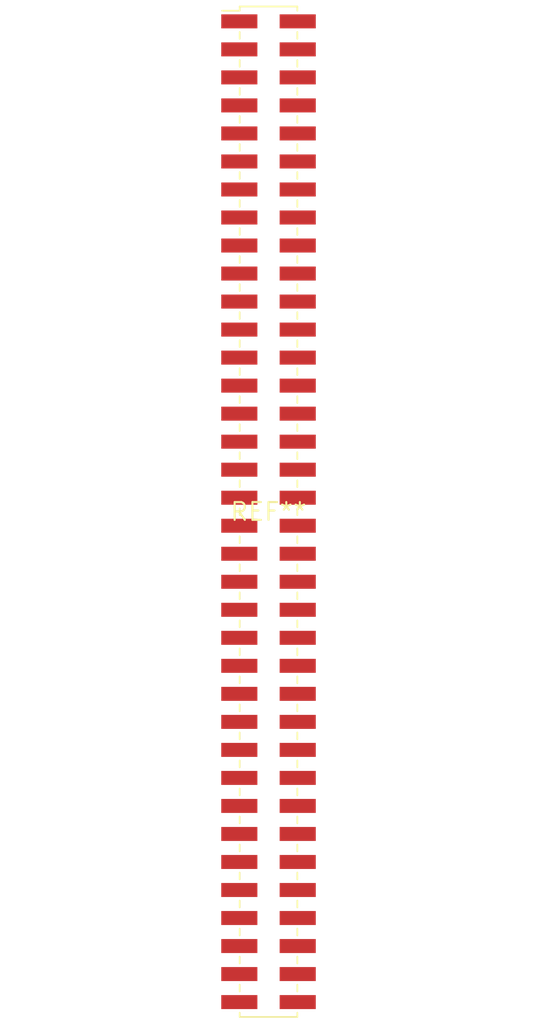
<source format=kicad_pcb>
(kicad_pcb (version 20240108) (generator pcbnew)
  (layers (0 "F.Cu" signal) (31 "B.Cu" signal) (34 "B.Paste" user) (35 "F.Paste" user) (36 "B.SilkS" user "B.Silkscreen") (37 "F.SilkS" user "F.Silkscreen") (38 "B.Mask" user) (39 "F.Mask" user) (44 "Edge.Cuts" user))
  (net 0 "")
  (footprint "PinHeader_2x36_P2.00mm_Vertical_SMD" (layer "F.Cu") (at 0 0)
    (property "Reference" "REF**")
    (property "Value" "PinHeader_2x36_P2.00mm_Vertical_SMD")
    (fp_line (start -3.315 -35.76) (end -2.06 -35.76) (layer "F.SilkS") (stroke (width 0.12)))
    (fp_line (start -2.06 -36.06) (end -2.06 -35.76) (layer "F.SilkS") (stroke (width 0.12)))
    (fp_line (start -2.06 -36.06) (end 2.06 -36.06) (layer "F.SilkS") (stroke (width 0.12)))
    (fp_line (start -2.06 -34.24) (end -2.06 -33.76) (layer "F.SilkS") (stroke (width 0.12)))
    (fp_line (start -2.06 -32.24) (end -2.06 -31.76) (layer "F.SilkS") (stroke (width 0.12)))
    (fp_line (start -2.06 -30.24) (end -2.06 -29.76) (layer "F.SilkS") (stroke (width 0.12)))
    (fp_line (start -2.06 -28.24) (end -2.06 -27.76) (layer "F.SilkS") (stroke (width 0.12)))
    (fp_line (start -2.06 -26.24) (end -2.06 -25.76) (layer "F.SilkS") (stroke (width 0.12)))
    (fp_line (start -2.06 -24.24) (end -2.06 -23.76) (layer "F.SilkS") (stroke (width 0.12)))
    (fp_line (start -2.06 -22.24) (end -2.06 -21.76) (layer "F.SilkS") (stroke (width 0.12)))
    (fp_line (start -2.06 -20.24) (end -2.06 -19.76) (layer "F.SilkS") (stroke (width 0.12)))
    (fp_line (start -2.06 -18.24) (end -2.06 -17.76) (layer "F.SilkS") (stroke (width 0.12)))
    (fp_line (start -2.06 -16.24) (end -2.06 -15.76) (layer "F.SilkS") (stroke (width 0.12)))
    (fp_line (start -2.06 -14.24) (end -2.06 -13.76) (layer "F.SilkS") (stroke (width 0.12)))
    (fp_line (start -2.06 -12.24) (end -2.06 -11.76) (layer "F.SilkS") (stroke (width 0.12)))
    (fp_line (start -2.06 -10.24) (end -2.06 -9.76) (layer "F.SilkS") (stroke (width 0.12)))
    (fp_line (start -2.06 -8.24) (end -2.06 -7.76) (layer "F.SilkS") (stroke (width 0.12)))
    (fp_line (start -2.06 -6.24) (end -2.06 -5.76) (layer "F.SilkS") (stroke (width 0.12)))
    (fp_line (start -2.06 -4.24) (end -2.06 -3.76) (layer "F.SilkS") (stroke (width 0.12)))
    (fp_line (start -2.06 -2.24) (end -2.06 -1.76) (layer "F.SilkS") (stroke (width 0.12)))
    (fp_line (start -2.06 -0.24) (end -2.06 0.24) (layer "F.SilkS") (stroke (width 0.12)))
    (fp_line (start -2.06 1.76) (end -2.06 2.24) (layer "F.SilkS") (stroke (width 0.12)))
    (fp_line (start -2.06 3.76) (end -2.06 4.24) (layer "F.SilkS") (stroke (width 0.12)))
    (fp_line (start -2.06 5.76) (end -2.06 6.24) (layer "F.SilkS") (stroke (width 0.12)))
    (fp_line (start -2.06 7.76) (end -2.06 8.24) (layer "F.SilkS") (stroke (width 0.12)))
    (fp_line (start -2.06 9.76) (end -2.06 10.24) (layer "F.SilkS") (stroke (width 0.12)))
    (fp_line (start -2.06 11.76) (end -2.06 12.24) (layer "F.SilkS") (stroke (width 0.12)))
    (fp_line (start -2.06 13.76) (end -2.06 14.24) (layer "F.SilkS") (stroke (width 0.12)))
    (fp_line (start -2.06 15.76) (end -2.06 16.24) (layer "F.SilkS") (stroke (width 0.12)))
    (fp_line (start -2.06 17.76) (end -2.06 18.24) (layer "F.SilkS") (stroke (width 0.12)))
    (fp_line (start -2.06 19.76) (end -2.06 20.24) (layer "F.SilkS") (stroke (width 0.12)))
    (fp_line (start -2.06 21.76) (end -2.06 22.24) (layer "F.SilkS") (stroke (width 0.12)))
    (fp_line (start -2.06 23.76) (end -2.06 24.24) (layer "F.SilkS") (stroke (width 0.12)))
    (fp_line (start -2.06 25.76) (end -2.06 26.24) (layer "F.SilkS") (stroke (width 0.12)))
    (fp_line (start -2.06 27.76) (end -2.06 28.24) (layer "F.SilkS") (stroke (width 0.12)))
    (fp_line (start -2.06 29.76) (end -2.06 30.24) (layer "F.SilkS") (stroke (width 0.12)))
    (fp_line (start -2.06 31.76) (end -2.06 32.24) (layer "F.SilkS") (stroke (width 0.12)))
    (fp_line (start -2.06 33.76) (end -2.06 34.24) (layer "F.SilkS") (stroke (width 0.12)))
    (fp_line (start -2.06 35.76) (end -2.06 36.06) (layer "F.SilkS") (stroke (width 0.12)))
    (fp_line (start -2.06 36.06) (end 2.06 36.06) (layer "F.SilkS") (stroke (width 0.12)))
    (fp_line (start 2.06 -36.06) (end 2.06 -35.76) (layer "F.SilkS") (stroke (width 0.12)))
    (fp_line (start 2.06 -34.24) (end 2.06 -33.76) (layer "F.SilkS") (stroke (width 0.12)))
    (fp_line (start 2.06 -32.24) (end 2.06 -31.76) (layer "F.SilkS") (stroke (width 0.12)))
    (fp_line (start 2.06 -30.24) (end 2.06 -29.76) (layer "F.SilkS") (stroke (width 0.12)))
    (fp_line (start 2.06 -28.24) (end 2.06 -27.76) (layer "F.SilkS") (stroke (width 0.12)))
    (fp_line (start 2.06 -26.24) (end 2.06 -25.76) (layer "F.SilkS") (stroke (width 0.12)))
    (fp_line (start 2.06 -24.24) (end 2.06 -23.76) (layer "F.SilkS") (stroke (width 0.12)))
    (fp_line (start 2.06 -22.24) (end 2.06 -21.76) (layer "F.SilkS") (stroke (width 0.12)))
    (fp_line (start 2.06 -20.24) (end 2.06 -19.76) (layer "F.SilkS") (stroke (width 0.12)))
    (fp_line (start 2.06 -18.24) (end 2.06 -17.76) (layer "F.SilkS") (stroke (width 0.12)))
    (fp_line (start 2.06 -16.24) (end 2.06 -15.76) (layer "F.SilkS") (stroke (width 0.12)))
    (fp_line (start 2.06 -14.24) (end 2.06 -13.76) (layer "F.SilkS") (stroke (width 0.12)))
    (fp_line (start 2.06 -12.24) (end 2.06 -11.76) (layer "F.SilkS") (stroke (width 0.12)))
    (fp_line (start 2.06 -10.24) (end 2.06 -9.76) (layer "F.SilkS") (stroke (width 0.12)))
    (fp_line (start 2.06 -8.24) (end 2.06 -7.76) (layer "F.SilkS") (stroke (width 0.12)))
    (fp_line (start 2.06 -6.24) (end 2.06 -5.76) (layer "F.SilkS") (stroke (width 0.12)))
    (fp_line (start 2.06 -4.24) (end 2.06 -3.76) (layer "F.SilkS") (stroke (width 0.12)))
    (fp_line (start 2.06 -2.24) (end 2.06 -1.76) (layer "F.SilkS") (stroke (width 0.12)))
    (fp_line (start 2.06 -0.24) (end 2.06 0.24) (layer "F.SilkS") (stroke (width 0.12)))
    (fp_line (start 2.06 1.76) (end 2.06 2.24) (layer "F.SilkS") (stroke (width 0.12)))
    (fp_line (start 2.06 3.76) (end 2.06 4.24) (layer "F.SilkS") (stroke (width 0.12)))
    (fp_line (start 2.06 5.76) (end 2.06 6.24) (layer "F.SilkS") (stroke (width 0.12)))
    (fp_line (start 2.06 7.76) (end 2.06 8.24) (layer "F.SilkS") (stroke (width 0.12)))
    (fp_line (start 2.06 9.76) (end 2.06 10.24) (layer "F.SilkS") (stroke (width 0.12)))
    (fp_line (start 2.06 11.76) (end 2.06 12.24) (layer "F.SilkS") (stroke (width 0.12)))
    (fp_line (start 2.06 13.76) (end 2.06 14.24) (layer "F.SilkS") (stroke (width 0.12)))
    (fp_line (start 2.06 15.76) (end 2.06 16.24) (layer "F.SilkS") (stroke (width 0.12)))
    (fp_line (start 2.06 17.76) (end 2.06 18.24) (layer "F.SilkS") (stroke (width 0.12)))
    (fp_line (start 2.06 19.76) (end 2.06 20.24) (layer "F.SilkS") (stroke (width 0.12)))
    (fp_line (start 2.06 21.76) (end 2.06 22.24) (layer "F.SilkS") (stroke (width 0.12)))
    (fp_line (start 2.06 23.76) (end 2.06 24.24) (layer "F.SilkS") (stroke (width 0.12)))
    (fp_line (start 2.06 25.76) (end 2.06 26.24) (layer "F.SilkS") (stroke (width 0.12)))
    (fp_line (start 2.06 27.76) (end 2.06 28.24) (layer "F.SilkS") (stroke (width 0.12)))
    (fp_line (start 2.06 29.76) (end 2.06 30.24) (layer "F.SilkS") (stroke (width 0.12)))
    (fp_line (start 2.06 31.76) (end 2.06 32.24) (layer "F.SilkS") (stroke (width 0.12)))
    (fp_line (start 2.06 33.76) (end 2.06 34.24) (layer "F.SilkS") (stroke (width 0.12)))
    (fp_line (start 2.06 35.76) (end 2.06 36.06) (layer "F.SilkS") (stroke (width 0.12)))
    (pad "1" smd rect (at -2.085 -35) (size 2.58 1) (layers "F.Cu" "F.Paste" "F.Mask"))
    (pad "2" smd rect (at 2.085 -35) (size 2.58 1) (layers "F.Cu" "F.Paste" "F.Mask"))
    (pad "3" smd rect (at -2.085 -33) (size 2.58 1) (layers "F.Cu" "F.Paste" "F.Mask"))
    (pad "4" smd rect (at 2.085 -33) (size 2.58 1) (layers "F.Cu" "F.Paste" "F.Mask"))
    (pad "5" smd rect (at -2.085 -31) (size 2.58 1) (layers "F.Cu" "F.Paste" "F.Mask"))
    (pad "6" smd rect (at 2.085 -31) (size 2.58 1) (layers "F.Cu" "F.Paste" "F.Mask"))
    (pad "7" smd rect (at -2.085 -29) (size 2.58 1) (layers "F.Cu" "F.Paste" "F.Mask"))
    (pad "8" smd rect (at 2.085 -29) (size 2.58 1) (layers "F.Cu" "F.Paste" "F.Mask"))
    (pad "9" smd rect (at -2.085 -27) (size 2.58 1) (layers "F.Cu" "F.Paste" "F.Mask"))
    (pad "10" smd rect (at 2.085 -27) (size 2.58 1) (layers "F.Cu" "F.Paste" "F.Mask"))
    (pad "11" smd rect (at -2.085 -25) (size 2.58 1) (layers "F.Cu" "F.Paste" "F.Mask"))
    (pad "12" smd rect (at 2.085 -25) (size 2.58 1) (layers "F.Cu" "F.Paste" "F.Mask"))
    (pad "13" smd rect (at -2.085 -23) (size 2.58 1) (layers "F.Cu" "F.Paste" "F.Mask"))
    (pad "14" smd rect (at 2.085 -23) (size 2.58 1) (layers "F.Cu" "F.Paste" "F.Mask"))
    (pad "15" smd rect (at -2.085 -21) (size 2.58 1) (layers "F.Cu" "F.Paste" "F.Mask"))
    (pad "16" smd rect (at 2.085 -21) (size 2.58 1) (layers "F.Cu" "F.Paste" "F.Mask"))
    (pad "17" smd rect (at -2.085 -19) (size 2.58 1) (layers "F.Cu" "F.Paste" "F.Mask"))
    (pad "18" smd rect (at 2.085 -19) (size 2.58 1) (layers "F.Cu" "F.Paste" "F.Mask"))
    (pad "19" smd rect (at -2.085 -17) (size 2.58 1) (layers "F.Cu" "F.Paste" "F.Mask"))
    (pad "20" smd rect (at 2.085 -17) (size 2.58 1) (layers "F.Cu" "F.Paste" "F.Mask"))
    (pad "21" smd rect (at -2.085 -15) (size 2.58 1) (layers "F.Cu" "F.Paste" "F.Mask"))
    (pad "22" smd rect (at 2.085 -15) (size 2.58 1) (layers "F.Cu" "F.Paste" "F.Mask"))
    (pad "23" smd rect (at -2.085 -13) (size 2.58 1) (layers "F.Cu" "F.Paste" "F.Mask"))
    (pad "24" smd rect (at 2.085 -13) (size 2.58 1) (layers "F.Cu" "F.Paste" "F.Mask"))
    (pad "25" smd rect (at -2.085 -11) (size 2.58 1) (layers "F.Cu" "F.Paste" "F.Mask"))
    (pad "26" smd rect (at 2.085 -11) (size 2.58 1) (layers "F.Cu" "F.Paste" "F.Mask"))
    (pad "27" smd rect (at -2.085 -9) (size 2.58 1) (layers "F.Cu" "F.Paste" "F.Mask"))
    (pad "28" smd rect (at 2.085 -9) (size 2.58 1) (layers "F.Cu" "F.Paste" "F.Mask"))
    (pad "29" smd rect (at -2.085 -7) (size 2.58 1) (layers "F.Cu" "F.Paste" "F.Mask"))
    (pad "30" smd rect (at 2.085 -7) (size 2.58 1) (layers "F.Cu" "F.Paste" "F.Mask"))
    (pad "31" smd rect (at -2.085 -5) (size 2.58 1) (layers "F.Cu" "F.Paste" "F.Mask"))
    (pad "32" smd rect (at 2.085 -5) (size 2.58 1) (layers "F.Cu" "F.Paste" "F.Mask"))
    (pad "33" smd rect (at -2.085 -3) (size 2.58 1) (layers "F.Cu" "F.Paste" "F.Mask"))
    (pad "34" smd rect (at 2.085 -3) (size 2.58 1) (layers "F.Cu" "F.Paste" "F.Mask"))
    (pad "35" smd rect (at -2.085 -1) (size 2.58 1) (layers "F.Cu" "F.Paste" "F.Mask"))
    (pad "36" smd rect (at 2.085 -1) (size 2.58 1) (layers "F.Cu" "F.Paste" "F.Mask"))
    (pad "37" smd rect (at -2.085 1) (size 2.58 1) (layers "F.Cu" "F.Paste" "F.Mask"))
    (pad "38" smd rect (at 2.085 1) (size 2.58 1) (layers "F.Cu" "F.Paste" "F.Mask"))
    (pad "39" smd rect (at -2.085 3) (size 2.58 1) (layers "F.Cu" "F.Paste" "F.Mask"))
    (pad "40" smd rect (at 2.085 3) (size 2.58 1) (layers "F.Cu" "F.Paste" "F.Mask"))
    (pad "41" smd rect (at -2.085 5) (size 2.58 1) (layers "F.Cu" "F.Paste" "F.Mask"))
    (pad "42" smd rect (at 2.085 5) (size 2.58 1) (layers "F.Cu" "F.Paste" "F.Mask"))
    (pad "43" smd rect (at -2.085 7) (size 2.58 1) (layers "F.Cu" "F.Paste" "F.Mask"))
    (pad "44" smd rect (at 2.085 7) (size 2.58 1) (layers "F.Cu" "F.Paste" "F.Mask"))
    (pad "45" smd rect (at -2.085 9) (size 2.58 1) (layers "F.Cu" "F.Paste" "F.Mask"))
    (pad "46" smd rect (at 2.085 9) (size 2.58 1) (layers "F.Cu" "F.Paste" "F.Mask"))
    (pad "47" smd rect (at -2.085 11) (size 2.58 1) (layers "F.Cu" "F.Paste" "F.Mask"))
    (pad "48" smd rect (at 2.085 11) (size 2.58 1) (layers "F.Cu" "F.Paste" "F.Mask"))
    (pad "49" smd rect (at -2.085 13) (size 2.58 1) (layers "F.Cu" "F.Paste" "F.Mask"))
    (pad "50" smd rect (at 2.085 13) (size 2.58 1) (layers "F.Cu" "F.Paste" "F.Mask"))
    (pad "51" smd rect (at -2.085 15) (size 2.58 1) (layers "F.Cu" "F.Paste" "F.Mask"))
    (pad "52" smd rect (at 2.085 15) (size 2.58 1) (layers "F.Cu" "F.Paste" "F.Mask"))
    (pad "53" smd rect (at -2.085 17) (size 2.58 1) (layers "F.Cu" "F.Paste" "F.Mask"))
    (pad "54" smd rect (at 2.085 17) (size 2.58 1) (layers "F.Cu" "F.Paste" "F.Mask"))
    (pad "55" smd rect (at -2.085 19) (size 2.58 1) (layers "F.Cu" "F.Paste" "F.Mask"))
    (pad "56" smd rect (at 2.085 19) (size 2.58 1) (layers "F.Cu" "F.Paste" "F.Mask"))
    (pad "57" smd rect (at -2.085 21) (size 2.58 1) (layers "F.Cu" "F.Paste" "F.Mask"))
    (pad "58" smd rect (at 2.085 21) (size 2.58 1) (layers "F.Cu" "F.Paste" "F.Mask"))
    (pad "59" smd rect (at -2.085 23) (size 2.58 1) (layers "F.Cu" "F.Paste" "F.Mask"))
    (pad "60" smd rect (at 2.085 23) (size 2.58 1) (layers "F.Cu" "F.Paste" "F.Mask"))
    (pad "61" smd rect (at -2.085 25) (size 2.58 1) (layers "F.Cu" "F.Paste" "F.Mask"))
    (pad "62" smd rect (at 2.085 25) (size 2.58 1) (layers "F.Cu" "F.Paste" "F.Mask"))
    (pad "63" smd rect (at -2.085 27) (size 2.58 1) (layers "F.Cu" "F.Paste" "F.Mask"))
    (pad "64" smd rect (at 2.085 27) (size 2.58 1) (layers "F.Cu" "F.Paste" "F.Mask"))
    (pad "65" smd rect (at -2.085 29) (size 2.58 1) (layers "F.Cu" "F.Paste" "F.Mask"))
    (pad "66" smd rect (at 2.085 29) (size 2.58 1) (layers "F.Cu" "F.Paste" "F.Mask"))
    (pad "67" smd rect (at -2.085 31) (size 2.58 1) (layers "F.Cu" "F.Paste" "F.Mask"))
    (pad "68" smd rect (at 2.085 31) (size 2.58 1) (layers "F.Cu" "F.Paste" "F.Mask"))
    (pad "69" smd rect (at -2.085 33) (size 2.58 1) (layers "F.Cu" "F.Paste" "F.Mask"))
    (pad "70" smd rect (at 2.085 33) (size 2.58 1) (layers "F.Cu" "F.Paste" "F.Mask"))
    (pad "71" smd rect (at -2.085 35) (size 2.58 1) (layers "F.Cu" "F.Paste" "F.Mask"))
    (pad "72" smd rect (at 2.085 35) (size 2.58 1) (layers "F.Cu" "F.Paste" "F.Mask"))
  )
)
</source>
